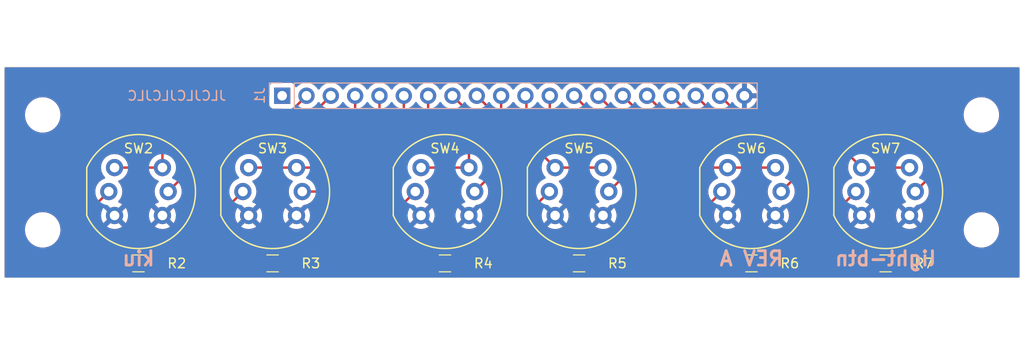
<source format=kicad_pcb>
(kicad_pcb (version 20221018) (generator pcbnew)
  (layers (0 "F.Cu" signal) (31 "B.Cu" signal) (34 "B.Paste" user) (35 "F.Paste" user) (36 "B.SilkS" user "B.Silkscreen") (37 "F.SilkS" user "F.Silkscreen") (38 "B.Mask" user) (39 "F.Mask" user) (44 "Edge.Cuts" user))
  (net 0 "")
  (net 1 "GND")
  (net 2 "SW_07_L02")
  (net 3 "SW_07_L01")
  (net 4 "SW_07_BTN")
  (net 5 "SW_06_L02")
  (net 6 "SW_06_L01")
  (net 7 "SW_06_BTN")
  (net 8 "SW_05_L02")
  (net 9 "SW_05_L01")
  (net 10 "SW_05_BTN")
  (net 11 "SW_04_L02")
  (net 12 "SW_04_L01")
  (net 13 "SW_04_BTN")
  (net 14 "SW_03_L02")
  (net 15 "SW_03_L01")
  (net 16 "SW_03_BTN")
  (net 17 "SW_02_L02")
  (net 18 "SW_02_L01")
  (net 19 "SW_02_BTN")
  (net 20 "Net-(R2-Pad2)")
  (net 21 "Net-(R3-Pad2)")
  (net 22 "Net-(R4-Pad2)")
  (net 23 "Net-(R5-Pad2)")
  (net 24 "Net-(R6-Pad2)")
  (net 25 "Net-(R7-Pad2)")
  (footprint "Mounting_Holes:MountingHole_3.2mm_M3_DIN965" (layer "F.Cu") (at 66 45)
    (fp_text reference "H1" hide)
    (fp_text value "M3")
    (pad "" np_thru_hole circle (at 0 0) (size 3.2 3.2) (drill 3.2) (layers "*.Cu" "*.Mask"))
  )
  (footprint "Mounting_Holes:MountingHole_3.2mm_M3_DIN965" (layer "F.Cu") (at 164 45)
    (fp_text reference "H2" hide)
    (fp_text value "M3")
    (pad "" np_thru_hole circle (at 0 0) (size 3.2 3.2) (drill 3.2) (layers "*.Cu" "*.Mask"))
  )
  (footprint "Mounting_Holes:MountingHole_3.2mm_M3_DIN965" (layer "F.Cu") (at 164 57)
    (fp_text reference "H3" hide)
    (fp_text value "M3")
    (pad "" np_thru_hole circle (at 0 0) (size 3.2 3.2) (drill 3.2) (layers "*.Cu" "*.Mask"))
  )
  (footprint "Mounting_Holes:MountingHole_3.2mm_M3_DIN965" (layer "F.Cu") (at 66 57)
    (fp_text reference "H4" hide)
    (fp_text value "M3")
    (pad "" np_thru_hole circle (at 0 0) (size 3.2 3.2) (drill 3.2) (layers "*.Cu" "*.Mask"))
  )
  (footprint "Resistors_SMD:R_0805_HandSoldering" (layer "F.Cu") (at 76 60.5 180)
    (fp_text reference "R2" (at -4 0) (layer "F.SilkS"))
    (fp_text value "R")
    (fp_line (start -0.6 -0.88) (end 0.6 -0.88) (stroke (width 0.12)) (layer "F.SilkS"))
    (fp_line (start 0.6 0.88) (end -0.6 0.88) (stroke (width 0.12)) (layer "F.SilkS"))
    (pad "1" smd rect (at -1.35 0 180) (size 1.5 1.3) (layers "F.Cu" "F.Paste" "F.Mask") (net 17 "SW_02_L02"))
    (pad "2" smd rect (at 1.35 0 180) (size 1.5 1.3) (layers "F.Cu" "F.Paste" "F.Mask") (net 20 "Net-(R2-Pad2)"))
  )
  (footprint "Resistors_SMD:R_0805_HandSoldering" (layer "F.Cu") (at 90 60.5 180)
    (fp_text reference "R3" (at -4 0) (layer "F.SilkS"))
    (fp_text value "R")
    (fp_line (start -0.6 -0.88) (end 0.6 -0.88) (stroke (width 0.12)) (layer "F.SilkS"))
    (fp_line (start 0.6 0.88) (end -0.6 0.88) (stroke (width 0.12)) (layer "F.SilkS"))
    (pad "1" smd rect (at -1.35 0 180) (size 1.5 1.3) (layers "F.Cu" "F.Paste" "F.Mask") (net 14 "SW_03_L02"))
    (pad "2" smd rect (at 1.35 0 180) (size 1.5 1.3) (layers "F.Cu" "F.Paste" "F.Mask") (net 21 "Net-(R3-Pad2)"))
  )
  (footprint "Resistors_SMD:R_0805_HandSoldering" (layer "F.Cu") (at 108 60.5 180)
    (fp_text reference "R4" (at -4 0) (layer "F.SilkS"))
    (fp_text value "R")
    (fp_line (start -0.6 -0.88) (end 0.6 -0.88) (stroke (width 0.12)) (layer "F.SilkS"))
    (fp_line (start 0.6 0.88) (end -0.6 0.88) (stroke (width 0.12)) (layer "F.SilkS"))
    (pad "1" smd rect (at -1.35 0 180) (size 1.5 1.3) (layers "F.Cu" "F.Paste" "F.Mask") (net 11 "SW_04_L02"))
    (pad "2" smd rect (at 1.35 0 180) (size 1.5 1.3) (layers "F.Cu" "F.Paste" "F.Mask") (net 22 "Net-(R4-Pad2)"))
  )
  (footprint "Resistors_SMD:R_0805_HandSoldering" (layer "F.Cu") (at 122 60.5 180)
    (fp_text reference "R5" (at -4 0) (layer "F.SilkS"))
    (fp_text value "R")
    (fp_line (start -0.6 -0.88) (end 0.6 -0.88) (stroke (width 0.12)) (layer "F.SilkS"))
    (fp_line (start 0.6 0.88) (end -0.6 0.88) (stroke (width 0.12)) (layer "F.SilkS"))
    (pad "1" smd rect (at -1.35 0 180) (size 1.5 1.3) (layers "F.Cu" "F.Paste" "F.Mask") (net 8 "SW_05_L02"))
    (pad "2" smd rect (at 1.35 0 180) (size 1.5 1.3) (layers "F.Cu" "F.Paste" "F.Mask") (net 23 "Net-(R5-Pad2)"))
  )
  (footprint "Resistors_SMD:R_0805_HandSoldering" (layer "F.Cu") (at 140 60.5 180)
    (fp_text reference "R6" (at -4 0) (layer "F.SilkS"))
    (fp_text value "R")
    (fp_line (start -0.6 -0.88) (end 0.6 -0.88) (stroke (width 0.12)) (layer "F.SilkS"))
    (fp_line (start 0.6 0.88) (end -0.6 0.88) (stroke (width 0.12)) (layer "F.SilkS"))
    (pad "1" smd rect (at -1.35 0 180) (size 1.5 1.3) (layers "F.Cu" "F.Paste" "F.Mask") (net 5 "SW_06_L02"))
    (pad "2" smd rect (at 1.35 0 180) (size 1.5 1.3) (layers "F.Cu" "F.Paste" "F.Mask") (net 24 "Net-(R6-Pad2)"))
  )
  (footprint "Resistors_SMD:R_0805_HandSoldering" (layer "F.Cu") (at 154 60.5 180)
    (fp_text reference "R7" (at -4 0) (layer "F.SilkS"))
    (fp_text value "R")
    (fp_line (start -0.6 -0.88) (end 0.6 -0.88) (stroke (width 0.12)) (layer "F.SilkS"))
    (fp_line (start 0.6 0.88) (end -0.6 0.88) (stroke (width 0.12)) (layer "F.SilkS"))
    (pad "1" smd rect (at -1.35 0 180) (size 1.5 1.3) (layers "F.Cu" "F.Paste" "F.Mask") (net 2 "SW_07_L02"))
    (pad "2" smd rect (at 1.35 0 180) (size 1.5 1.3) (layers "F.Cu" "F.Paste" "F.Mask") (net 25 "Net-(R7-Pad2)"))
  )
  (footprint "kiu-footprint:KS01-BL" (layer "F.Cu") (at 76 53 180)
    (fp_text reference "SW2" (at 0 4.5) (layer "F.SilkS"))
    (fp_text value "KS01-BL2")
    (fp_line (start 5.4 2.5) (end 5.4 -2.5) (stroke (width 0.15)) (layer "F.SilkS"))
    (fp_arc (start 5.399999 2.5) (mid -5.950629 0) (end 5.399999 -2.499999) (stroke (width 0.15)) (layer "F.SilkS"))
    (pad "1" thru_hole circle (at -2.5 -2.5 180) (size 1.8 1.8) (drill 1) (layers "*.Cu" "*.Mask") (net 1 "GND"))
    (pad "1" thru_hole circle (at 2.5 -2.5 180) (size 1.8 1.8) (drill 1) (layers "*.Cu" "*.Mask") (net 1 "GND"))
    (pad "2" thru_hole circle (at -2.5 2.5 180) (size 1.8 1.8) (drill 1) (layers "*.Cu" "*.Mask") (net 19 "SW_02_BTN"))
    (pad "2" thru_hole circle (at 2.5 2.5 180) (size 1.8 1.8) (drill 1) (layers "*.Cu" "*.Mask") (net 19 "SW_02_BTN"))
    (pad "5" thru_hole circle (at -3.1 0 180) (size 1.8 1.8) (drill 1) (layers "*.Cu" "*.Mask") (net 18 "SW_02_L01"))
    (pad "6" thru_hole circle (at 3.1 0 180) (size 1.8 1.8) (drill 1) (layers "*.Cu" "*.Mask") (net 20 "Net-(R2-Pad2)"))
  )
  (footprint "kiu-footprint:KS01-BL" (layer "F.Cu") (at 90 53 180)
    (fp_text reference "SW3" (at 0 4.5) (layer "F.SilkS"))
    (fp_text value "KS01-BL2")
    (fp_line (start 5.4 2.5) (end 5.4 -2.5) (stroke (width 0.15)) (layer "F.SilkS"))
    (fp_arc (start 5.399999 2.5) (mid -5.950629 0) (end 5.399999 -2.499999) (stroke (width 0.15)) (layer "F.SilkS"))
    (pad "1" thru_hole circle (at -2.5 -2.5 180) (size 1.8 1.8) (drill 1) (layers "*.Cu" "*.Mask") (net 1 "GND"))
    (pad "1" thru_hole circle (at 2.5 -2.5 180) (size 1.8 1.8) (drill 1) (layers "*.Cu" "*.Mask") (net 1 "GND"))
    (pad "2" thru_hole circle (at -2.5 2.5 180) (size 1.8 1.8) (drill 1) (layers "*.Cu" "*.Mask") (net 16 "SW_03_BTN"))
    (pad "2" thru_hole circle (at 2.5 2.5 180) (size 1.8 1.8) (drill 1) (layers "*.Cu" "*.Mask") (net 16 "SW_03_BTN"))
    (pad "5" thru_hole circle (at -3.1 0 180) (size 1.8 1.8) (drill 1) (layers "*.Cu" "*.Mask") (net 15 "SW_03_L01"))
    (pad "6" thru_hole circle (at 3.1 0 180) (size 1.8 1.8) (drill 1) (layers "*.Cu" "*.Mask") (net 21 "Net-(R3-Pad2)"))
  )
  (footprint "kiu-footprint:KS01-BL" (layer "F.Cu") (at 108 53 180)
    (fp_text reference "SW4" (at 0 4.5) (layer "F.SilkS"))
    (fp_text value "KS01-BL2")
    (fp_line (start 5.4 2.5) (end 5.4 -2.5) (stroke (width 0.15)) (layer "F.SilkS"))
    (fp_arc (start 5.399999 2.5) (mid -5.950629 0) (end 5.399999 -2.499999) (stroke (width 0.15)) (layer "F.SilkS"))
    (pad "1" thru_hole circle (at -2.5 -2.5 180) (size 1.8 1.8) (drill 1) (layers "*.Cu" "*.Mask") (net 1 "GND"))
    (pad "1" thru_hole circle (at 2.5 -2.5 180) (size 1.8 1.8) (drill 1) (layers "*.Cu" "*.Mask") (net 1 "GND"))
    (pad "2" thru_hole circle (at -2.5 2.5 180) (size 1.8 1.8) (drill 1) (layers "*.Cu" "*.Mask") (net 13 "SW_04_BTN"))
    (pad "2" thru_hole circle (at 2.5 2.5 180) (size 1.8 1.8) (drill 1) (layers "*.Cu" "*.Mask") (net 13 "SW_04_BTN"))
    (pad "5" thru_hole circle (at -3.1 0 180) (size 1.8 1.8) (drill 1) (layers "*.Cu" "*.Mask") (net 12 "SW_04_L01"))
    (pad "6" thru_hole circle (at 3.1 0 180) (size 1.8 1.8) (drill 1) (layers "*.Cu" "*.Mask") (net 22 "Net-(R4-Pad2)"))
  )
  (footprint "kiu-footprint:KS01-BL" (layer "F.Cu") (at 122 53 180)
    (fp_text reference "SW5" (at 0 4.5) (layer "F.SilkS"))
    (fp_text value "KS01-BL")
    (fp_line (start 5.4 2.5) (end 5.4 -2.5) (stroke (width 0.15)) (layer "F.SilkS"))
    (fp_arc (start 5.399999 2.5) (mid -5.950629 0) (end 5.399999 -2.499999) (stroke (width 0.15)) (layer "F.SilkS"))
    (pad "1" thru_hole circle (at -2.5 -2.5 180) (size 1.8 1.8) (drill 1) (layers "*.Cu" "*.Mask") (net 1 "GND"))
    (pad "1" thru_hole circle (at 2.5 -2.5 180) (size 1.8 1.8) (drill 1) (layers "*.Cu" "*.Mask") (net 1 "GND"))
    (pad "2" thru_hole circle (at -2.5 2.5 180) (size 1.8 1.8) (drill 1) (layers "*.Cu" "*.Mask") (net 10 "SW_05_BTN"))
    (pad "2" thru_hole circle (at 2.5 2.5 180) (size 1.8 1.8) (drill 1) (layers "*.Cu" "*.Mask") (net 10 "SW_05_BTN"))
    (pad "5" thru_hole circle (at -3.1 0 180) (size 1.8 1.8) (drill 1) (layers "*.Cu" "*.Mask") (net 9 "SW_05_L01"))
    (pad "6" thru_hole circle (at 3.1 0 180) (size 1.8 1.8) (drill 1) (layers "*.Cu" "*.Mask") (net 23 "Net-(R5-Pad2)"))
  )
  (footprint "kiu-footprint:KS01-BL" (layer "F.Cu") (at 140 53 180)
    (fp_text reference "SW6" (at 0 4.5) (layer "F.SilkS"))
    (fp_text value "KS01-BL2")
    (fp_line (start 5.4 2.5) (end 5.4 -2.5) (stroke (width 0.15)) (layer "F.SilkS"))
    (fp_arc (start 5.399999 2.5) (mid -5.950629 0) (end 5.399999 -2.499999) (stroke (width 0.15)) (layer "F.SilkS"))
    (pad "1" thru_hole circle (at -2.5 -2.5 180) (size 1.8 1.8) (drill 1) (layers "*.Cu" "*.Mask") (net 1 "GND"))
    (pad "1" thru_hole circle (at 2.5 -2.5 180) (size 1.8 1.8) (drill 1) (layers "*.Cu" "*.Mask") (net 1 "GND"))
    (pad "2" thru_hole circle (at -2.5 2.5 180) (size 1.8 1.8) (drill 1) (layers "*.Cu" "*.Mask") (net 7 "SW_06_BTN"))
    (pad "2" thru_hole circle (at 2.5 2.5 180) (size 1.8 1.8) (drill 1) (layers "*.Cu" "*.Mask") (net 7 "SW_06_BTN"))
    (pad "5" thru_hole circle (at -3.1 0 180) (size 1.8 1.8) (drill 1) (layers "*.Cu" "*.Mask") (net 6 "SW_06_L01"))
    (pad "6" thru_hole circle (at 3.1 0 180) (size 1.8 1.8) (drill 1) (layers "*.Cu" "*.Mask") (net 24 "Net-(R6-Pad2)"))
  )
  (footprint "kiu-footprint:KS01-BL" (layer "F.Cu") (at 154 53 180)
    (fp_text reference "SW7" (at 0 4.5) (layer "F.SilkS"))
    (fp_text value "KS01-BL2")
    (fp_line (start 5.4 2.5) (end 5.4 -2.5) (stroke (width 0.15)) (layer "F.SilkS"))
    (fp_arc (start 5.399999 2.5) (mid -5.950629 0) (end 5.399999 -2.499999) (stroke (width 0.15)) (layer "F.SilkS"))
    (pad "1" thru_hole circle (at -2.5 -2.5 180) (size 1.8 1.8) (drill 1) (layers "*.Cu" "*.Mask") (net 1 "GND"))
    (pad "1" thru_hole circle (at 2.5 -2.5 180) (size 1.8 1.8) (drill 1) (layers "*.Cu" "*.Mask") (net 1 "GND"))
    (pad "2" thru_hole circle (at -2.5 2.5 180) (size 1.8 1.8) (drill 1) (layers "*.Cu" "*.Mask") (net 4 "SW_07_BTN"))
    (pad "2" thru_hole circle (at 2.5 2.5 180) (size 1.8 1.8) (drill 1) (layers "*.Cu" "*.Mask") (net 4 "SW_07_BTN"))
    (pad "5" thru_hole circle (at -3.1 0 180) (size 1.8 1.8) (drill 1) (layers "*.Cu" "*.Mask") (net 3 "SW_07_L01"))
    (pad "6" thru_hole circle (at 3.1 0 180) (size 1.8 1.8) (drill 1) (layers "*.Cu" "*.Mask") (net 25 "Net-(R7-Pad2)"))
  )
  (footprint "Pin_Headers:Pin_Header_Straight_1x20_Pitch2.54mm" (layer "B.Cu") (at 91 43 -90)
    (fp_text reference "J1" (at 0 2.33 270) (layer "B.SilkS") (effects (justify mirror)))
    (fp_text value "Conn_01x20")
    (fp_line (start -1.33 -49.59) (end 1.33 -49.59) (stroke (width 0.12)) (layer "B.SilkS"))
    (fp_line (start -1.33 -1.27) (end -1.33 -49.59) (stroke (width 0.12)) (layer "B.SilkS"))
    (fp_line (start -1.33 -1.27) (end 1.33 -1.27) (stroke (width 0.12)) (layer "B.SilkS"))
    (fp_line (start -1.33 0) (end -1.33 1.33) (stroke (width 0.12)) (layer "B.SilkS"))
    (fp_line (start -1.33 1.33) (end 0 1.33) (stroke (width 0.12)) (layer "B.SilkS"))
    (fp_line (start 1.33 -1.27) (end 1.33 -49.59) (stroke (width 0.12)) (layer "B.SilkS"))
    (pad "1" thru_hole rect (at 0 0 270) (size 1.7 1.7) (drill 1) (layers "*.Cu" "*.Mask"))
    (pad "2" thru_hole oval (at 0 -2.54 270) (size 1.7 1.7) (drill 1) (layers "*.Cu" "*.Mask") (net 19 "SW_02_BTN"))
    (pad "3" thru_hole oval (at 0 -5.08 270) (size 1.7 1.7) (drill 1) (layers "*.Cu" "*.Mask") (net 18 "SW_02_L01"))
    (pad "4" thru_hole oval (at 0 -7.62 270) (size 1.7 1.7) (drill 1) (layers "*.Cu" "*.Mask") (net 17 "SW_02_L02"))
    (pad "5" thru_hole oval (at 0 -10.16 270) (size 1.7 1.7) (drill 1) (layers "*.Cu" "*.Mask") (net 16 "SW_03_BTN"))
    (pad "6" thru_hole oval (at 0 -12.7 270) (size 1.7 1.7) (drill 1) (layers "*.Cu" "*.Mask") (net 15 "SW_03_L01"))
    (pad "7" thru_hole oval (at 0 -15.24 270) (size 1.7 1.7) (drill 1) (layers "*.Cu" "*.Mask") (net 14 "SW_03_L02"))
    (pad "8" thru_hole oval (at 0 -17.78 270) (size 1.7 1.7) (drill 1) (layers "*.Cu" "*.Mask") (net 13 "SW_04_BTN"))
    (pad "9" thru_hole oval (at 0 -20.32 270) (size 1.7 1.7) (drill 1) (layers "*.Cu" "*.Mask") (net 12 "SW_04_L01"))
    (pad "10" thru_hole oval (at 0 -22.86 270) (size 1.7 1.7) (drill 1) (layers "*.Cu" "*.Mask") (net 11 "SW_04_L02"))
    (pad "11" thru_hole oval (at 0 -25.4 270) (size 1.7 1.7) (drill 1) (layers "*.Cu" "*.Mask") (net 10 "SW_05_BTN"))
    (pad "12" thru_hole oval (at 0 -27.94 270) (size 1.7 1.7) (drill 1) (layers "*.Cu" "*.Mask") (net 9 "SW_05_L01"))
    (pad "13" thru_hole oval (at 0 -30.48 270) (size 1.7 1.7) (drill 1) (layers "*.Cu" "*.Mask") (net 8 "SW_05_L02"))
    (pad "14" thru_hole oval (at 0 -33.02 270) (size 1.7 1.7) (drill 1) (layers "*.Cu" "*.Mask") (net 7 "SW_06_BTN"))
    (pad "15" thru_hole oval (at 0 -35.56 270) (size 1.7 1.7) (drill 1) (layers "*.Cu" "*.Mask") (net 6 "SW_06_L01"))
    (pad "16" thru_hole oval (at 0 -38.1 270) (size 1.7 1.7) (drill 1) (layers "*.Cu" "*.Mask") (net 5 "SW_06_L02"))
    (pad "17" thru_hole oval (at 0 -40.64 270) (size 1.7 1.7) (drill 1) (layers "*.Cu" "*.Mask") (net 4 "SW_07_BTN"))
    (pad "18" thru_hole oval (at 0 -43.18 270) (size 1.7 1.7) (drill 1) (layers "*.Cu" "*.Mask") (net 3 "SW_07_L01"))
    (pad "19" thru_hole oval (at 0 -45.72 270) (size 1.7 1.7) (drill 1) (layers "*.Cu" "*.Mask") (net 2 "SW_07_L02"))
    (pad "20" thru_hole oval (at 0 -48.26 270) (size 1.7 1.7) (drill 1) (layers "*.Cu" "*.Mask") (net 1 "GND"))
  )
  (gr_line (start 168 62) (end 62 62) (stroke (width 0.05)) (layer "Edge.Cuts"))
  (gr_line (start 62 40) (end 62 62) (stroke (width 0.05)) (layer "Edge.Cuts"))
  (gr_line (start 62 40) (end 168 40) (stroke (width 0.05)) (layer "Edge.Cuts"))
  (gr_line (start 168 62) (end 168 40) (stroke (width 0.05)) (layer "Edge.Cuts"))
  (gr_text "light-btn" (at 154 60) (layer "B.SilkS") (effects (font (size 1.5 1.5) (thickness 0.3)) (justify mirror)))
  (gr_text "kiu" (at 76 60) (layer "B.SilkS") (effects (font (size 1.5 1.5) (thickness 0.3)) (justify mirror)))
  (gr_text "REV A" (at 140 60) (layer "B.SilkS") (effects (font (size 1.5 1.5) (thickness 0.3)) (justify mirror)))
  (gr_text "JLCJLCJLCJLC" (at 80 43) (layer "B.SilkS") (effects (font (size 1 1)) (justify mirror)))
  (segment (start 160.5 59.5) (end 159.5 60.5) (width 0.25) (layer "F.Cu") (net 2))
  (segment (start 136.72 43) (end 138.36 44.64) (width 0.25) (layer "F.Cu") (net 2))
  (segment (start 159.5 60.5) (end 155.35 60.5) (width 0.25) (layer "F.Cu") (net 2))
  (segment (start 138.36 44.64) (end 158.14 44.64) (width 0.25) (layer "F.Cu") (net 2))
  (segment (start 158.14 44.64) (end 160.5 47) (width 0.25) (layer "F.Cu") (net 2))
  (segment (start 160.5 47) (end 160.5 59.5) (width 0.25) (layer "F.Cu") (net 2))
  (segment (start 136.59 45.41) (end 155.91 45.41) (width 0.25) (layer "F.Cu") (net 3))
  (segment (start 155.91 45.41) (end 159 48.5) (width 0.25) (layer "F.Cu") (net 3))
  (segment (start 134.18 43) (end 136.59 45.41) (width 0.25) (layer "F.Cu") (net 3))
  (segment (start 159 51.1) (end 157.1 53) (width 0.25) (layer "F.Cu") (net 3))
  (segment (start 159 48.5) (end 159 51.1) (width 0.25) (layer "F.Cu") (net 3))
  (segment (start 156.5 50.5) (end 151.5 50.5) (width 0.25) (layer "F.Cu") (net 4))
  (segment (start 147.549991 46.549991) (end 135.189991 46.549991) (width 0.25) (layer "F.Cu") (net 4))
  (segment (start 151.5 50.5) (end 147.549991 46.549991) (width 0.25) (layer "F.Cu") (net 4))
  (segment (start 135.189991 46.549991) (end 132.489999 43.849999) (width 0.25) (layer "F.Cu") (net 4))
  (segment (start 132.489999 43.849999) (end 131.64 43) (width 0.25) (layer "F.Cu") (net 4))
  (segment (start 146 60.5) (end 146.5 60) (width 0.25) (layer "F.Cu") (net 5))
  (segment (start 146.5 48.5) (end 145.5 47.5) (width 0.25) (layer "F.Cu") (net 5))
  (segment (start 146.5 60) (end 146.5 48.5) (width 0.25) (layer "F.Cu") (net 5))
  (segment (start 145.5 47.5) (end 133.6 47.5) (width 0.25) (layer "F.Cu") (net 5))
  (segment (start 141.35 60.5) (end 146 60.5) (width 0.25) (layer "F.Cu") (net 5))
  (segment (start 133.6 47.5) (end 129.1 43) (width 0.25) (layer "F.Cu") (net 5))
  (segment (start 145 49.5) (end 143.97 48.47) (width 0.25) (layer "F.Cu") (net 6))
  (segment (start 131.53 47.97) (end 126.56 43) (width 0.25) (layer "F.Cu") (net 6))
  (segment (start 143.1 53) (end 145 51.1) (width 0.25) (layer "F.Cu") (net 6))
  (segment (start 143.97 48.47) (end 132.03 48.47) (width 0.25) (layer "F.Cu") (net 6))
  (segment (start 145 51.1) (end 145 49.5) (width 0.25) (layer "F.Cu") (net 6))
  (segment (start 132.03 48.47) (end 131.53 47.97) (width 0.25) (layer "F.Cu") (net 6))
  (segment (start 142.5 50.5) (end 137.5 50.5) (width 0.25) (layer "F.Cu") (net 7))
  (segment (start 137.5 50.5) (end 131.52 50.5) (width 0.25) (layer "F.Cu") (net 7))
  (segment (start 131.52 50.5) (end 124.02 43) (width 0.25) (layer "F.Cu") (net 7))
  (segment (start 121.5 43) (end 121.48 43) (width 0.25) (layer "F.Cu") (net 8))
  (segment (start 129.5 51) (end 121.5 43) (width 0.25) (layer "F.Cu") (net 8))
  (segment (start 123.35 60.5) (end 128.5 60.5) (width 0.25) (layer "F.Cu") (net 8))
  (segment (start 129.5 59.5) (end 129.5 51) (width 0.25) (layer "F.Cu") (net 8))
  (segment (start 128.5 60.5) (end 129.5 59.5) (width 0.25) (layer "F.Cu") (net 8))
  (segment (start 126.5 50) (end 123.5 47) (width 0.25) (layer "F.Cu") (net 9))
  (segment (start 123.5 47) (end 120 47) (width 0.25) (layer "F.Cu") (net 9))
  (segment (start 126.5 51.6) (end 126.5 50) (width 0.25) (layer "F.Cu") (net 9))
  (segment (start 120 47) (end 118.94 45.94) (width 0.25) (layer "F.Cu") (net 9))
  (segment (start 125.1 53) (end 126.5 51.6) (width 0.25) (layer "F.Cu") (net 9))
  (segment (start 118.94 45.94) (end 118.94 43) (width 0.25) (layer "F.Cu") (net 9))
  (segment (start 116.5 43.1) (end 116.4 43) (width 0.25) (layer "F.Cu") (net 10))
  (segment (start 116.5 47.5) (end 116.5 43.1) (width 0.25) (layer "F.Cu") (net 10))
  (segment (start 119.5 50.5) (end 116.5 47.5) (width 0.25) (layer "F.Cu") (net 10))
  (segment (start 124.5 50.5) (end 119.5 50.5) (width 0.25) (layer "F.Cu") (net 10))
  (segment (start 113.86 59.64) (end 113.86 55.14) (width 0.25) (layer "F.Cu") (net 11))
  (segment (start 109.35 60.5) (end 113 60.5) (width 0.25) (layer "F.Cu") (net 11))
  (segment (start 113 60.5) (end 113.86 59.64) (width 0.25) (layer "F.Cu") (net 11))
  (segment (start 113.86 55.14) (end 113.86 43) (width 0.25) (layer "F.Cu") (net 11))
  (segment (start 112.5 44.18) (end 111.32 43) (width 0.25) (layer "F.Cu") (net 12))
  (segment (start 111.1 53) (end 112.5 51.6) (width 0.25) (layer "F.Cu") (net 12))
  (segment (start 112.5 51.6) (end 112.5 44.18) (width 0.25) (layer "F.Cu") (net 12))
  (segment (start 110.5 44.72) (end 108.78 43) (width 0.25) (layer "F.Cu") (net 13))
  (segment (start 105.5 50.5) (end 110.5 50.5) (width 0.25) (layer "F.Cu") (net 13))
  (segment (start 110.5 50.5) (end 110.5 44.72) (width 0.25) (layer "F.Cu") (net 13))
  (segment (start 101 60.5) (end 101.425 60.075) (width 0.25) (layer "F.Cu") (net 14))
  (segment (start 101.425 50.425) (end 106.24 45.61) (width 0.25) (layer "F.Cu") (net 14))
  (segment (start 106.24 45.61) (end 106.24 43) (width 0.25) (layer "F.Cu") (net 14))
  (segment (start 101.425 60.075) (end 101.425 50.425) (width 0.25) (layer "F.Cu") (net 14))
  (segment (start 91.35 60.5) (end 101 60.5) (width 0.25) (layer "F.Cu") (net 14))
  (segment (start 97 53) (end 103.7 46.3) (width 0.25) (layer "F.Cu") (net 15))
  (segment (start 93.1 53) (end 97 53) (width 0.25) (layer "F.Cu") (net 15))
  (segment (start 103.7 46.3) (end 103.7 43) (width 0.25) (layer "F.Cu") (net 15))
  (segment (start 87.5 50.5) (end 92.5 50.5) (width 0.25) (layer "F.Cu") (net 16))
  (segment (start 92.5 50.5) (end 96.5 50.5) (width 0.25) (layer "F.Cu") (net 16))
  (segment (start 101.16 45.84) (end 101.16 43) (width 0.25) (layer "F.Cu") (net 16))
  (segment (start 96.5 50.5) (end 101.16 45.84) (width 0.25) (layer "F.Cu") (net 16))
  (segment (start 97 47.5) (end 86.5 47.5) (width 0.25) (layer "F.Cu") (net 17))
  (segment (start 98.62 43) (end 98.62 45.88) (width 0.25) (layer "F.Cu") (net 17))
  (segment (start 83.593499 50.406501) (end 83.593499 59.906501) (width 0.25) (layer "F.Cu") (net 17))
  (segment (start 98.62 45.88) (end 97 47.5) (width 0.25) (layer "F.Cu") (net 17))
  (segment (start 83.593499 59.906501) (end 83 60.5) (width 0.25) (layer "F.Cu") (net 17))
  (segment (start 86.5 47.5) (end 83.593499 50.406501) (width 0.25) (layer "F.Cu") (net 17))
  (segment (start 83 60.5) (end 77.35 60.5) (width 0.25) (layer "F.Cu") (net 17))
  (segment (start 81.96 46.54) (end 92.54 46.54) (width 0.25) (layer "F.Cu") (net 18))
  (segment (start 95.230001 43.849999) (end 96.08 43) (width 0.25) (layer "F.Cu") (net 18))
  (segment (start 80.5 51.6) (end 80.5 48) (width 0.25) (layer "F.Cu") (net 18))
  (segment (start 79.1 53) (end 80.5 51.6) (width 0.25) (layer "F.Cu") (net 18))
  (segment (start 80.5 48) (end 81.96 46.54) (width 0.25) (layer "F.Cu") (net 18))
  (segment (start 92.54 46.54) (end 95.230001 43.849999) (width 0.25) (layer "F.Cu") (net 18))
  (segment (start 91.04 45.5) (end 80.5 45.5) (width 0.25) (layer "F.Cu") (net 19))
  (segment (start 73.5 50.5) (end 78.5 50.5) (width 0.25) (layer "F.Cu") (net 19))
  (segment (start 80.5 45.5) (end 78.5 47.5) (width 0.25) (layer "F.Cu") (net 19))
  (segment (start 78.5 47.5) (end 78.5 50.5) (width 0.25) (layer "F.Cu") (net 19))
  (segment (start 93.54 43) (end 91.04 45.5) (width 0.25) (layer "F.Cu") (net 19))
  (segment (start 70.5 55.4) (end 70.5 60) (width 0.25) (layer "F.Cu") (net 20))
  (segment (start 71 60.5) (end 74.65 60.5) (width 0.25) (layer "F.Cu") (net 20))
  (segment (start 70.5 60) (end 71 60.5) (width 0.25) (layer "F.Cu") (net 20))
  (segment (start 72.9 53) (end 70.5 55.4) (width 0.25) (layer "F.Cu") (net 20))
  (segment (start 84.5 55.4) (end 84.5 60) (width 0.25) (layer "F.Cu") (net 21))
  (segment (start 84.5 60) (end 85 60.5) (width 0.25) (layer "F.Cu") (net 21))
  (segment (start 86.9 53) (end 84.5 55.4) (width 0.25) (layer "F.Cu") (net 21))
  (segment (start 85 60.5) (end 88.65 60.5) (width 0.25) (layer "F.Cu") (net 21))
  (segment (start 102.5 55.4) (end 102.5 60) (width 0.25) (layer "F.Cu") (net 22))
  (segment (start 102.5 60) (end 103 60.5) (width 0.25) (layer "F.Cu") (net 22))
  (segment (start 103 60.5) (end 106.65 60.5) (width 0.25) (layer "F.Cu") (net 22))
  (segment (start 104.9 53) (end 102.5 55.4) (width 0.25) (layer "F.Cu") (net 22))
  (segment (start 116.5 55.4) (end 116.5 60) (width 0.25) (layer "F.Cu") (net 23))
  (segment (start 117 60.5) (end 120.65 60.5) (width 0.25) (layer "F.Cu") (net 23))
  (segment (start 118.9 53) (end 116.5 55.4) (width 0.25) (layer "F.Cu") (net 23))
  (segment (start 116.5 60) (end 117 60.5) (width 0.25) (layer "F.Cu") (net 23))
  (segment (start 135 60.5) (end 138.65 60.5) (width 0.25) (layer "F.Cu") (net 24))
  (segment (start 134.5 60) (end 135 60.5) (width 0.25) (layer "F.Cu") (net 24))
  (segment (start 134.5 55.4) (end 134.5 60) (width 0.25) (layer "F.Cu") (net 24))
  (segment (start 136.9 53) (end 134.5 55.4) (width 0.25) (layer "F.Cu") (net 24))
  (segment (start 148.5 60) (end 149 60.5) (width 0.25) (layer "F.Cu") (net 25))
  (segment (start 148.5 55.4) (end 148.5 60) (width 0.25) (layer "F.Cu") (net 25))
  (segment (start 149 60.5) (end 152.65 60.5) (width 0.25) (layer "F.Cu") (net 25))
  (segment (start 150.9 53) (end 148.5 55.4) (width 0.25) (layer "F.Cu") (net 25))
  (zone (net 1) (net_name "GND") (layer "F.Cu") (connect_pads (clearance 0.508)) (min_thickness 0.254) (fill yes (thermal_gap 0.508) (thermal_bridge_width 0.508))
    (polygon (pts (xy 168 62) (xy 62 62) (xy 62 40) (xy 168 40)))
  )
  (zone (net 1) (net_name "GND") (layer "B.Cu") (connect_pads (clearance 0.508)) (min_thickness 0.254) (fill yes (thermal_gap 0.508) (thermal_bridge_width 0.508))
    (polygon (pts (xy 168 62) (xy 62 62) (xy 62 40) (xy 168 40)))
  )
)
</source>
